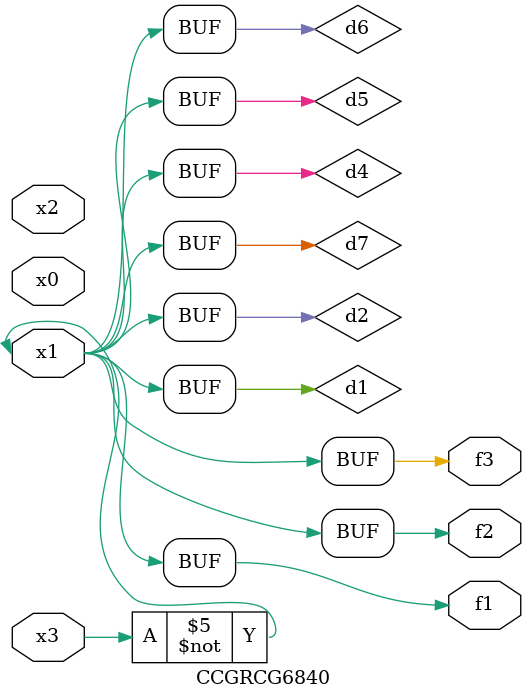
<source format=v>
module CCGRCG6840(
	input x0, x1, x2, x3,
	output f1, f2, f3
);

	wire d1, d2, d3, d4, d5, d6, d7;

	not (d1, x3);
	buf (d2, x1);
	xnor (d3, d1, d2);
	nor (d4, d1);
	buf (d5, d1, d2);
	buf (d6, d4, d5);
	nand (d7, d4);
	assign f1 = d6;
	assign f2 = d7;
	assign f3 = d6;
endmodule

</source>
